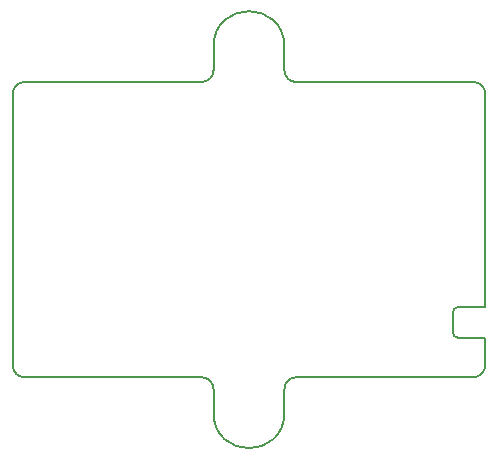
<source format=gm1>
G04*
G04 #@! TF.GenerationSoftware,Altium Limited,Altium Designer,25.2.1 (25)*
G04*
G04 Layer_Color=16711935*
%FSLAX44Y44*%
%MOMM*%
G71*
G04*
G04 #@! TF.SameCoordinates,854DBFE2-DFE7-4A3D-8861-6C5ED611F316*
G04*
G04*
G04 #@! TF.FilePolarity,Positive*
G04*
G01*
G75*
%ADD12C,0.1500*%
D12*
X377140Y125700D02*
G03*
X372140Y120700I0J-5000D01*
G01*
X372140Y104700D02*
G03*
X377140Y99700I5000J0D01*
G01*
X399782Y306261D02*
G03*
X389782Y316261I-10000J0D01*
G01*
Y66261D02*
G03*
X399782Y76261I0J10000D01*
G01*
X-218D02*
G03*
X9782Y66261I10000J0D01*
G01*
Y316261D02*
G03*
X-218Y306261I0J-10000D01*
G01*
X169782Y36261D02*
G03*
X229782Y36261I30000J0D01*
G01*
X239782Y66261D02*
G03*
X229782Y56261I0J-10000D01*
G01*
X169782D02*
G03*
X159782Y66261I-10000J0D01*
G01*
X229766Y326221D02*
G03*
X239766Y316221I10000J0D01*
G01*
X159766D02*
G03*
X169766Y326221I0J10000D01*
G01*
X229766Y346221D02*
G03*
X169766Y346221I-30000J0D01*
G01*
X399782Y125700D02*
Y306261D01*
Y125700D02*
X399782D01*
Y76261D02*
Y99700D01*
X372140Y120700D02*
X372140Y104700D01*
X377140Y125700D02*
X399782D01*
X377140Y99700D02*
X399782D01*
X389782Y66261D02*
Y66261D01*
X239782D02*
X389782D01*
X159782Y66261D02*
Y66261D01*
X9782Y66261D02*
X159782D01*
X9782Y316221D02*
Y316261D01*
Y316221D02*
X159766D01*
X389782D02*
Y316261D01*
X239766Y316221D02*
X389782D01*
X-218Y76261D02*
Y306261D01*
X229782Y36261D02*
Y56261D01*
X169782Y36261D02*
Y56261D01*
X229766Y326221D02*
Y346221D01*
X169766Y326221D02*
Y346221D01*
M02*

</source>
